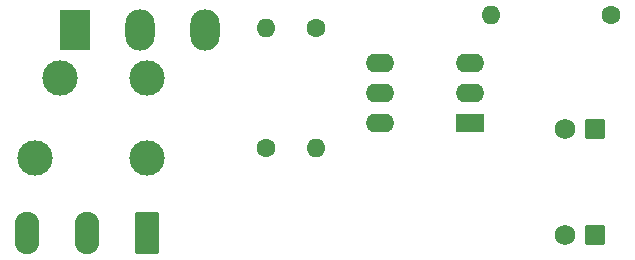
<source format=gbr>
%TF.GenerationSoftware,KiCad,Pcbnew,7.0.8*%
%TF.CreationDate,2023-10-29T17:21:22+01:00*%
%TF.ProjectId,Output_stage,4f757470-7574-45f7-9374-6167652e6b69,2.0*%
%TF.SameCoordinates,Original*%
%TF.FileFunction,Soldermask,Top*%
%TF.FilePolarity,Negative*%
%FSLAX46Y46*%
G04 Gerber Fmt 4.6, Leading zero omitted, Abs format (unit mm)*
G04 Created by KiCad (PCBNEW 7.0.8) date 2023-10-29 17:21:22*
%MOMM*%
%LPD*%
G01*
G04 APERTURE LIST*
G04 Aperture macros list*
%AMRoundRect*
0 Rectangle with rounded corners*
0 $1 Rounding radius*
0 $2 $3 $4 $5 $6 $7 $8 $9 X,Y pos of 4 corners*
0 Add a 4 corners polygon primitive as box body*
4,1,4,$2,$3,$4,$5,$6,$7,$8,$9,$2,$3,0*
0 Add four circle primitives for the rounded corners*
1,1,$1+$1,$2,$3*
1,1,$1+$1,$4,$5*
1,1,$1+$1,$6,$7*
1,1,$1+$1,$8,$9*
0 Add four rect primitives between the rounded corners*
20,1,$1+$1,$2,$3,$4,$5,0*
20,1,$1+$1,$4,$5,$6,$7,0*
20,1,$1+$1,$6,$7,$8,$9,0*
20,1,$1+$1,$8,$9,$2,$3,0*%
G04 Aperture macros list end*
%ADD10C,1.600000*%
%ADD11O,1.600000X1.600000*%
%ADD12C,3.000000*%
%ADD13R,2.500000X3.500000*%
%ADD14O,2.500000X3.500000*%
%ADD15R,2.400000X1.600000*%
%ADD16O,2.400000X1.600000*%
%ADD17RoundRect,0.250000X0.620000X0.620000X-0.620000X0.620000X-0.620000X-0.620000X0.620000X-0.620000X0*%
%ADD18C,1.740000*%
%ADD19RoundRect,0.249999X0.790001X1.550001X-0.790001X1.550001X-0.790001X-1.550001X0.790001X-1.550001X0*%
%ADD20O,2.080000X3.600000*%
G04 APERTURE END LIST*
D10*
%TO.C,R2*%
X79324200Y-39192200D03*
D11*
X79324200Y-29032200D03*
%TD*%
D10*
%TO.C,R1*%
X108485325Y-27938075D03*
D11*
X98325325Y-27938075D03*
%TD*%
D12*
%TO.C,REF4*%
X69267725Y-40003075D03*
%TD*%
%TO.C,REF2*%
X69267725Y-33272075D03*
%TD*%
D13*
%TO.C,Q1*%
X63157725Y-29208075D03*
D14*
X68632725Y-29208075D03*
X74107725Y-29208075D03*
%TD*%
D10*
%TO.C,R3*%
X83515200Y-29032200D03*
D11*
X83515200Y-39192200D03*
%TD*%
D15*
%TO.C,U1*%
X96572725Y-37092075D03*
D16*
X96572725Y-34552075D03*
X96572725Y-32012075D03*
X88952725Y-32012075D03*
X88952725Y-34552075D03*
X88952725Y-37092075D03*
%TD*%
D17*
%TO.C,J3*%
X107179925Y-46563075D03*
D18*
X104639925Y-46563075D03*
%TD*%
D12*
%TO.C,REF3*%
X59742725Y-40003075D03*
%TD*%
D17*
%TO.C,J2*%
X107179925Y-37558075D03*
D18*
X104639925Y-37558075D03*
%TD*%
D12*
%TO.C,REF1*%
X61901725Y-33272075D03*
%TD*%
D19*
%TO.C,J1*%
X69265800Y-46355000D03*
D20*
X64185800Y-46355000D03*
X59105800Y-46355000D03*
%TD*%
M02*

</source>
